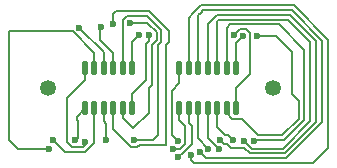
<source format=gbr>
%TF.GenerationSoftware,KiCad,Pcbnew,8.0.2-1*%
%TF.CreationDate,2024-06-17T16:24:44-04:00*%
%TF.ProjectId,InverterBoard,496e7665-7274-4657-9242-6f6172642e6b,rev?*%
%TF.SameCoordinates,Original*%
%TF.FileFunction,Copper,L2,Bot*%
%TF.FilePolarity,Positive*%
%FSLAX46Y46*%
G04 Gerber Fmt 4.6, Leading zero omitted, Abs format (unit mm)*
G04 Created by KiCad (PCBNEW 8.0.2-1) date 2024-06-17 16:24:44*
%MOMM*%
%LPD*%
G01*
G04 APERTURE LIST*
G04 Aperture macros list*
%AMRoundRect*
0 Rectangle with rounded corners*
0 $1 Rounding radius*
0 $2 $3 $4 $5 $6 $7 $8 $9 X,Y pos of 4 corners*
0 Add a 4 corners polygon primitive as box body*
4,1,4,$2,$3,$4,$5,$6,$7,$8,$9,$2,$3,0*
0 Add four circle primitives for the rounded corners*
1,1,$1+$1,$2,$3*
1,1,$1+$1,$4,$5*
1,1,$1+$1,$6,$7*
1,1,$1+$1,$8,$9*
0 Add four rect primitives between the rounded corners*
20,1,$1+$1,$2,$3,$4,$5,0*
20,1,$1+$1,$4,$5,$6,$7,0*
20,1,$1+$1,$6,$7,$8,$9,0*
20,1,$1+$1,$8,$9,$2,$3,0*%
G04 Aperture macros list end*
%TA.AperFunction,ComponentPad*%
%ADD10C,1.348000*%
%TD*%
%TA.AperFunction,SMDPad,CuDef*%
%ADD11RoundRect,0.125000X-0.125000X-0.475000X0.125000X-0.475000X0.125000X0.475000X-0.125000X0.475000X0*%
%TD*%
%TA.AperFunction,ViaPad*%
%ADD12C,0.600000*%
%TD*%
%TA.AperFunction,Conductor*%
%ADD13C,0.200000*%
%TD*%
G04 APERTURE END LIST*
D10*
%TO.P,REF\u002A\u002A1,S1*%
%TO.N,N/C*%
X120505000Y-70000000D03*
%TO.P,REF\u002A\u002A1,S2*%
X139495000Y-70000000D03*
%TD*%
D11*
%TO.P,REF\u002A\u002A,1*%
%TO.N,net1*%
X123600000Y-68300000D03*
%TO.P,REF\u002A\u002A,2*%
%TO.N,net2*%
X123600000Y-71700000D03*
%TO.P,REF\u002A\u002A,3*%
%TO.N,net3*%
X124400000Y-68300000D03*
%TO.P,REF\u002A\u002A,4*%
%TO.N,net4*%
X124400000Y-71700000D03*
%TO.P,REF\u002A\u002A,5*%
%TO.N,net5*%
X125200000Y-68300000D03*
%TO.P,REF\u002A\u002A,6*%
%TO.N,net6*%
X125200000Y-71700000D03*
%TO.P,REF\u002A\u002A,7*%
%TO.N,net7*%
X126000000Y-68300000D03*
%TO.P,REF\u002A\u002A,8*%
%TO.N,net8*%
X126000000Y-71700000D03*
%TO.P,REF\u002A\u002A,9*%
%TO.N,net9*%
X126800000Y-68300000D03*
%TO.P,REF\u002A\u002A,10*%
%TO.N,net10*%
X126800000Y-71700000D03*
%TO.P,REF\u002A\u002A,11*%
%TO.N,net11*%
X127600000Y-68300000D03*
%TO.P,REF\u002A\u002A,12*%
%TO.N,net12*%
X127600000Y-71700000D03*
%TO.P,REF\u002A\u002A,13*%
%TO.N,net13*%
X131600000Y-68300000D03*
%TO.P,REF\u002A\u002A,14*%
%TO.N,net14*%
X131600000Y-71700000D03*
%TO.P,REF\u002A\u002A,15*%
%TO.N,net15*%
X132400000Y-68300000D03*
%TO.P,REF\u002A\u002A,16*%
%TO.N,net16*%
X132400000Y-71700000D03*
%TO.P,REF\u002A\u002A,17*%
%TO.N,net17*%
X133200000Y-68300000D03*
%TO.P,REF\u002A\u002A,18*%
%TO.N,net18*%
X133200000Y-71700000D03*
%TO.P,REF\u002A\u002A,19*%
%TO.N,net19*%
X134000000Y-68300000D03*
%TO.P,REF\u002A\u002A,20*%
%TO.N,net20*%
X134000000Y-71700000D03*
%TO.P,REF\u002A\u002A,21*%
%TO.N,net21*%
X134800000Y-68300000D03*
%TO.P,REF\u002A\u002A,22*%
%TO.N,net22*%
X134800000Y-71700000D03*
%TO.P,REF\u002A\u002A,23*%
%TO.N,net23*%
X135600000Y-68300000D03*
%TO.P,REF\u002A\u002A,24*%
%TO.N,net24*%
X135600000Y-71700000D03*
%TO.P,REF\u002A\u002A,25*%
%TO.N,net25*%
X136400000Y-68300000D03*
%TO.P,REF\u002A\u002A,26*%
%TO.N,net26*%
X136400000Y-71700000D03*
%TD*%
D12*
%TO.N,net1*%
X123600000Y-74600000D03*
%TO.N,net2*%
X122800000Y-74400000D03*
%TO.N,net4*%
X120900000Y-74400000D03*
%TO.N,net6*%
X125400000Y-74400000D03*
%TO.N,net8*%
X126000000Y-64600000D03*
%TO.N,net10*%
X127400000Y-64500000D03*
%TO.N,net12*%
X129072469Y-65523940D03*
%TO.N,net3*%
X120584864Y-75135318D03*
%TO.N,net5*%
X123124265Y-64875735D03*
%TO.N,net7*%
X125007107Y-64792893D03*
%TO.N,net11*%
X128200000Y-65500000D03*
%TO.N,net9*%
X127800000Y-74400000D03*
%TO.N,net13*%
X131500000Y-74500000D03*
%TO.N,net15*%
X132575949Y-75686795D03*
%TO.N,net17*%
X133325463Y-75407101D03*
%TO.N,net19*%
X135025735Y-74374265D03*
%TO.N,net21*%
X137084758Y-74469597D03*
%TO.N,net23*%
X137953590Y-74489899D03*
%TO.N,net25*%
X137000000Y-65600000D03*
%TO.N,net14*%
X131050000Y-75161437D03*
%TO.N,net16*%
X131525216Y-75805000D03*
%TO.N,net18*%
X134070760Y-75116349D03*
%TO.N,net20*%
X134985161Y-75175204D03*
%TO.N,net22*%
X136133316Y-74366684D03*
%TO.N,net24*%
X138200000Y-65600000D03*
%TO.N,net26*%
X136200000Y-65500000D03*
%TD*%
D13*
%TO.N,net1*%
X123600000Y-69300000D02*
X123600000Y-68300000D01*
X123600000Y-74600000D02*
X123600000Y-74848529D01*
X122551471Y-75000000D02*
X122100000Y-74548529D01*
X123600000Y-74848529D02*
X123448529Y-75000000D01*
X122100000Y-74548529D02*
X122100000Y-70800000D01*
X123448529Y-75000000D02*
X122551471Y-75000000D01*
X122100000Y-70800000D02*
X123600000Y-69300000D01*
%TO.N,net2*%
X122900000Y-72700000D02*
X122900000Y-72400000D01*
X122900000Y-72400000D02*
X123600000Y-71700000D01*
X122800000Y-74400000D02*
X123000000Y-74200000D01*
X123000000Y-74200000D02*
X123000000Y-72800000D01*
X123000000Y-72800000D02*
X122900000Y-72700000D01*
%TO.N,net4*%
X124400000Y-74648529D02*
X124400000Y-71700000D01*
X121900000Y-75400000D02*
X123648529Y-75400000D01*
X120900000Y-74400000D02*
X121900000Y-75400000D01*
X123648529Y-75400000D02*
X124400000Y-74648529D01*
%TO.N,net6*%
X125400000Y-73000000D02*
X125200000Y-72800000D01*
X125400000Y-74400000D02*
X125400000Y-73000000D01*
X125200000Y-72800000D02*
X125200000Y-71700000D01*
%TO.N,net8*%
X130450000Y-66315686D02*
X130450000Y-74800000D01*
X130472469Y-64944039D02*
X130700000Y-65171571D01*
X127551471Y-75000000D02*
X126175735Y-73624265D01*
X126000000Y-73448530D02*
X126175735Y-73624265D01*
X129028430Y-63500000D02*
X130472469Y-64944039D01*
X130700000Y-65171571D02*
X130700000Y-66065686D01*
X128248529Y-74800000D02*
X128048529Y-75000000D01*
X126000000Y-63700000D02*
X126200000Y-63500000D01*
X126200000Y-63500000D02*
X129028430Y-63500000D01*
X126000000Y-71700000D02*
X126000000Y-73448530D01*
X126000000Y-64600000D02*
X126000000Y-63700000D01*
X130700000Y-66065686D02*
X130450000Y-66315686D01*
X130450000Y-74800000D02*
X128248529Y-74800000D01*
X126175735Y-73624265D02*
X126000000Y-73448529D01*
X128048529Y-75000000D02*
X127551471Y-75000000D01*
%TO.N,net10*%
X127400000Y-64500000D02*
X128897058Y-64500000D01*
X126800000Y-72500000D02*
X126800000Y-71700000D01*
X129000000Y-70000000D02*
X129000000Y-72100000D01*
X127700000Y-73400000D02*
X126800000Y-72500000D01*
X129300000Y-69700000D02*
X129000000Y-70000000D01*
X129672469Y-65961845D02*
X129300000Y-66334314D01*
X129672469Y-65275411D02*
X129672469Y-65961845D01*
X128897058Y-64500000D02*
X129672469Y-65275411D01*
X129000000Y-72100000D02*
X127700000Y-73400000D01*
X129300000Y-66334314D02*
X129300000Y-69700000D01*
%TO.N,net12*%
X128800000Y-66268628D02*
X128800000Y-69300000D01*
X127600000Y-70500000D02*
X127600000Y-71700000D01*
X128800000Y-69300000D02*
X127600000Y-70500000D01*
X129072469Y-65523940D02*
X129072469Y-65996159D01*
X129072469Y-65996159D02*
X128800000Y-66268628D01*
%TO.N,net3*%
X117200000Y-74400000D02*
X117200000Y-65200000D01*
X120584864Y-75135318D02*
X117935318Y-75135318D01*
X122600000Y-65200000D02*
X124400000Y-67000000D01*
X117200000Y-65200000D02*
X122600000Y-65200000D01*
X124400000Y-67000000D02*
X124400000Y-68300000D01*
X117935318Y-75135318D02*
X117200000Y-74400000D01*
%TO.N,net5*%
X123124265Y-64875735D02*
X125200000Y-66951470D01*
X125200000Y-66951470D02*
X125200000Y-68300000D01*
%TO.N,net7*%
X125007107Y-64792893D02*
X124900000Y-64900000D01*
X126000000Y-67000000D02*
X126000000Y-68300000D01*
X124900000Y-64900000D02*
X124900000Y-65900000D01*
X124900000Y-65900000D02*
X126000000Y-67000000D01*
%TO.N,net11*%
X127600000Y-66100000D02*
X127600000Y-68300000D01*
X128200000Y-65500000D02*
X127600000Y-66100000D01*
%TO.N,net9*%
X127151471Y-63900000D02*
X126800000Y-64251471D01*
X129838154Y-73961846D02*
X129838154Y-66361845D01*
X127800000Y-74400000D02*
X129400000Y-74400000D01*
X130072469Y-65109725D02*
X128862744Y-63900000D01*
X130072469Y-66127531D02*
X130072469Y-65109725D01*
X128862744Y-63900000D02*
X127151471Y-63900000D01*
X129838154Y-66361845D02*
X130072469Y-66127531D01*
X129400000Y-74400000D02*
X129838154Y-73961846D01*
X126800000Y-64251471D02*
X126800000Y-68300000D01*
%TO.N,net13*%
X131600000Y-69600000D02*
X131600000Y-68300000D01*
X131000000Y-74000000D02*
X131000000Y-70200000D01*
X131000000Y-70200000D02*
X131600000Y-69600000D01*
X131500000Y-74500000D02*
X131000000Y-74000000D01*
%TO.N,net15*%
X132821314Y-76321314D02*
X142921314Y-76321314D01*
X142921314Y-76321314D02*
X144200000Y-75042628D01*
X144200000Y-65902942D02*
X141297058Y-63000000D01*
X132400000Y-64037257D02*
X132400000Y-68300000D01*
X132800000Y-63637256D02*
X132400000Y-64037257D01*
X132575949Y-75686795D02*
X132575949Y-76075949D01*
X141297058Y-63000000D02*
X133437256Y-63000000D01*
X132575949Y-76075949D02*
X132821314Y-76321314D01*
X144200000Y-75042628D02*
X144200000Y-65902942D01*
X133437256Y-63000000D02*
X132800000Y-63637256D01*
%TO.N,net17*%
X133325463Y-75407101D02*
X133839676Y-75921314D01*
X133200000Y-63802942D02*
X133401471Y-63601471D01*
X143700000Y-72897058D02*
X143700000Y-65968628D01*
X133200000Y-68300000D02*
X133200000Y-63802942D01*
X133602942Y-63400000D02*
X133401471Y-63601471D01*
X141131372Y-63400000D02*
X133602942Y-63400000D01*
X143700000Y-65968628D02*
X141131372Y-63400000D01*
X133401471Y-63601471D02*
X133200000Y-63802943D01*
X133839676Y-75921314D02*
X140675744Y-75921314D01*
X140675744Y-75921314D02*
X143700000Y-72897058D01*
%TO.N,net19*%
X143200000Y-72831372D02*
X143200000Y-66034314D01*
X140510058Y-75521314D02*
X143200000Y-72831372D01*
X134768628Y-63800000D02*
X134000000Y-64568629D01*
X137119072Y-75069597D02*
X137570789Y-75521314D01*
X137570789Y-75521314D02*
X140510058Y-75521314D01*
X135618102Y-74699999D02*
X135987700Y-75069597D01*
X135987700Y-75069597D02*
X137119072Y-75069597D01*
X140965686Y-63800000D02*
X134768628Y-63800000D01*
X135351469Y-74699999D02*
X135618102Y-74699999D01*
X134000000Y-64568629D02*
X134000000Y-68300000D01*
X135025735Y-74374265D02*
X135351469Y-74699999D01*
X143200000Y-66034314D02*
X140965686Y-63800000D01*
%TO.N,net21*%
X142700000Y-66100000D02*
X140800000Y-64200000D01*
X140344372Y-75121314D02*
X142700000Y-72765686D01*
X140800000Y-64200000D02*
X134934314Y-64200000D01*
X137084758Y-74469597D02*
X137736475Y-75121314D01*
X134934314Y-64200000D02*
X134800000Y-64334314D01*
X134800000Y-64334314D02*
X134800000Y-68300000D01*
X142700000Y-72765686D02*
X142700000Y-66100000D01*
X137736475Y-75121314D02*
X140344372Y-75121314D01*
%TO.N,net23*%
X135900000Y-64600000D02*
X135600000Y-64900000D01*
X140475735Y-74424265D02*
X142200000Y-72700000D01*
X140000000Y-64600000D02*
X135900000Y-64600000D01*
X142200000Y-66800000D02*
X140000000Y-64600000D01*
X138019224Y-74424265D02*
X140475735Y-74424265D01*
X137953590Y-74489899D02*
X138019224Y-74424265D01*
X142200000Y-72700000D02*
X142200000Y-66800000D01*
X135600000Y-64900000D02*
X135600000Y-68300000D01*
%TO.N,net25*%
X137000000Y-65600000D02*
X136400000Y-66200000D01*
X136400000Y-66200000D02*
X136400000Y-68300000D01*
%TO.N,net14*%
X132100000Y-74748529D02*
X132100000Y-73200000D01*
X131050000Y-75161437D02*
X131687092Y-75161437D01*
X131600000Y-72700000D02*
X131600000Y-71700000D01*
X132100000Y-73200000D02*
X131600000Y-72700000D01*
X131687092Y-75161437D02*
X132100000Y-74748529D01*
%TO.N,net16*%
X131768779Y-75561437D02*
X131852778Y-75561437D01*
X132700000Y-74714215D02*
X132700000Y-73234314D01*
X131852778Y-75561437D02*
X132700000Y-74714215D01*
X131525216Y-75805000D02*
X131768779Y-75561437D01*
X132700000Y-73234314D02*
X132400000Y-72934314D01*
X132400000Y-72934314D02*
X132400000Y-71700000D01*
%TO.N,net18*%
X133200000Y-74245589D02*
X133200000Y-71700000D01*
X134070760Y-75116349D02*
X133200000Y-74245589D01*
%TO.N,net20*%
X134777206Y-74974265D02*
X134000000Y-74197059D01*
X134985161Y-75175204D02*
X134784222Y-74974265D01*
X134000000Y-74197059D02*
X134000000Y-71700000D01*
X134784222Y-74974265D02*
X134777206Y-74974265D01*
%TO.N,net22*%
X135742367Y-73975735D02*
X135475735Y-73975735D01*
X136133316Y-74366684D02*
X135742367Y-73975735D01*
X135475735Y-73975735D02*
X134800000Y-73300000D01*
X134800000Y-73300000D02*
X134800000Y-71700000D01*
%TO.N,net24*%
X140300000Y-74000000D02*
X138300000Y-74000000D01*
X138300000Y-74000000D02*
X136900000Y-72600000D01*
X141730000Y-71092000D02*
X141730000Y-72570000D01*
X141100000Y-66900000D02*
X141100000Y-70462000D01*
X139800000Y-65600000D02*
X141100000Y-66900000D01*
X141100000Y-70462000D02*
X141730000Y-71092000D01*
X135600000Y-72104506D02*
X135600000Y-71700000D01*
X136900000Y-72600000D02*
X136095494Y-72600000D01*
X136095494Y-72600000D02*
X135600000Y-72104506D01*
X141730000Y-72570000D02*
X140300000Y-74000000D01*
X138200000Y-65600000D02*
X139800000Y-65600000D01*
%TO.N,net26*%
X136400000Y-70000000D02*
X136400000Y-71700000D01*
X137248529Y-65000000D02*
X137600000Y-65351471D01*
X136200000Y-65500000D02*
X136700000Y-65000000D01*
X136700000Y-65000000D02*
X137248529Y-65000000D01*
X137600000Y-65351471D02*
X137600000Y-68800000D01*
X137600000Y-68800000D02*
X136400000Y-70000000D01*
%TD*%
M02*

</source>
